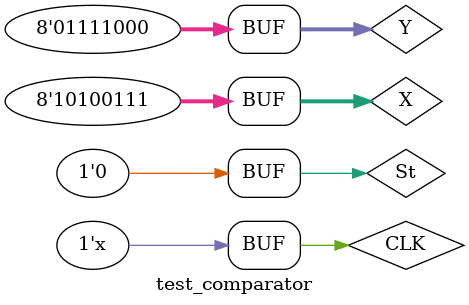
<source format=v>

module test_comparator;
	reg St, CLK;
	reg [7:0] X, Y;
	wire G;

	comparator comp (St, CLK, X, Y, G);

	initial begin
		X = 8'd167;
		Y = 8'd120;
		CLK = 0;
		St = 0;
		#200;

		St = 1;
		#300;

		St = 0;
	end

	always begin
		#50 CLK = ~CLK;
	end
endmodule


</source>
